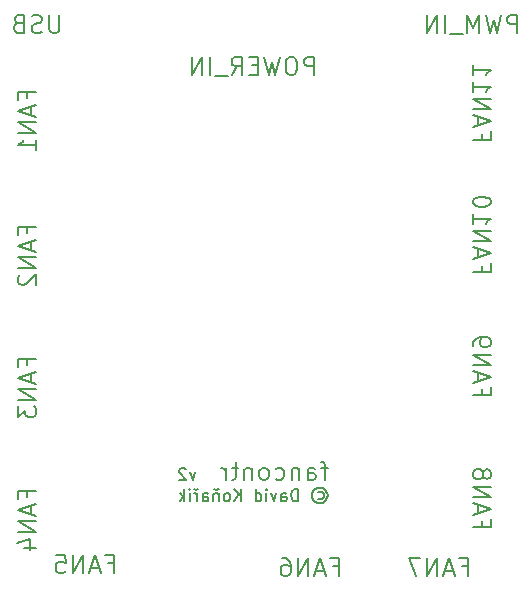
<source format=gbr>
G04 #@! TF.GenerationSoftware,KiCad,Pcbnew,5.1.5*
G04 #@! TF.CreationDate,2020-04-29T20:22:20+02:00*
G04 #@! TF.ProjectId,fancontr,66616e63-6f6e-4747-922e-6b696361645f,rev?*
G04 #@! TF.SameCoordinates,Original*
G04 #@! TF.FileFunction,Legend,Bot*
G04 #@! TF.FilePolarity,Positive*
%FSLAX46Y46*%
G04 Gerber Fmt 4.6, Leading zero omitted, Abs format (unit mm)*
G04 Created by KiCad (PCBNEW 5.1.5) date 2020-04-29 20:22:20*
%MOMM*%
%LPD*%
G04 APERTURE LIST*
%ADD10C,0.200000*%
%ADD11C,0.150000*%
G04 APERTURE END LIST*
D10*
X82442857Y-98909428D02*
X82442857Y-98409428D01*
X83228571Y-98409428D02*
X81728571Y-98409428D01*
X81728571Y-99123714D01*
X82800000Y-99623714D02*
X82800000Y-100338000D01*
X83228571Y-99480857D02*
X81728571Y-99980857D01*
X83228571Y-100480857D01*
X83228571Y-100980857D02*
X81728571Y-100980857D01*
X83228571Y-101838000D01*
X81728571Y-101838000D01*
X81871428Y-102480857D02*
X81800000Y-102552285D01*
X81728571Y-102695142D01*
X81728571Y-103052285D01*
X81800000Y-103195142D01*
X81871428Y-103266571D01*
X82014285Y-103338000D01*
X82157142Y-103338000D01*
X82371428Y-103266571D01*
X83228571Y-102409428D01*
X83228571Y-103338000D01*
X107931142Y-118804571D02*
X107359714Y-118804571D01*
X107716857Y-119804571D02*
X107716857Y-118518857D01*
X107645428Y-118376000D01*
X107502571Y-118304571D01*
X107359714Y-118304571D01*
X106216857Y-119804571D02*
X106216857Y-119018857D01*
X106288285Y-118876000D01*
X106431142Y-118804571D01*
X106716857Y-118804571D01*
X106859714Y-118876000D01*
X106216857Y-119733142D02*
X106359714Y-119804571D01*
X106716857Y-119804571D01*
X106859714Y-119733142D01*
X106931142Y-119590285D01*
X106931142Y-119447428D01*
X106859714Y-119304571D01*
X106716857Y-119233142D01*
X106359714Y-119233142D01*
X106216857Y-119161714D01*
X105502571Y-118804571D02*
X105502571Y-119804571D01*
X105502571Y-118947428D02*
X105431142Y-118876000D01*
X105288285Y-118804571D01*
X105074000Y-118804571D01*
X104931142Y-118876000D01*
X104859714Y-119018857D01*
X104859714Y-119804571D01*
X103502571Y-119733142D02*
X103645428Y-119804571D01*
X103931142Y-119804571D01*
X104074000Y-119733142D01*
X104145428Y-119661714D01*
X104216857Y-119518857D01*
X104216857Y-119090285D01*
X104145428Y-118947428D01*
X104074000Y-118876000D01*
X103931142Y-118804571D01*
X103645428Y-118804571D01*
X103502571Y-118876000D01*
X102645428Y-119804571D02*
X102788285Y-119733142D01*
X102859714Y-119661714D01*
X102931142Y-119518857D01*
X102931142Y-119090285D01*
X102859714Y-118947428D01*
X102788285Y-118876000D01*
X102645428Y-118804571D01*
X102431142Y-118804571D01*
X102288285Y-118876000D01*
X102216857Y-118947428D01*
X102145428Y-119090285D01*
X102145428Y-119518857D01*
X102216857Y-119661714D01*
X102288285Y-119733142D01*
X102431142Y-119804571D01*
X102645428Y-119804571D01*
X101502571Y-118804571D02*
X101502571Y-119804571D01*
X101502571Y-118947428D02*
X101431142Y-118876000D01*
X101288285Y-118804571D01*
X101074000Y-118804571D01*
X100931142Y-118876000D01*
X100859714Y-119018857D01*
X100859714Y-119804571D01*
X100359714Y-118804571D02*
X99788285Y-118804571D01*
X100145428Y-118304571D02*
X100145428Y-119590285D01*
X100074000Y-119733142D01*
X99931142Y-119804571D01*
X99788285Y-119804571D01*
X99288285Y-119804571D02*
X99288285Y-118804571D01*
X99288285Y-119090285D02*
X99216857Y-118947428D01*
X99145428Y-118876000D01*
X99002571Y-118804571D01*
X98859714Y-118804571D01*
X121011142Y-90526857D02*
X121011142Y-91026857D01*
X120225428Y-91026857D02*
X121725428Y-91026857D01*
X121725428Y-90312571D01*
X120654000Y-89812571D02*
X120654000Y-89098285D01*
X120225428Y-89955428D02*
X121725428Y-89455428D01*
X120225428Y-88955428D01*
X120225428Y-88455428D02*
X121725428Y-88455428D01*
X120225428Y-87598285D01*
X121725428Y-87598285D01*
X120225428Y-86098285D02*
X120225428Y-86955428D01*
X120225428Y-86526857D02*
X121725428Y-86526857D01*
X121511142Y-86669714D01*
X121368285Y-86812571D01*
X121296857Y-86955428D01*
X120225428Y-84669714D02*
X120225428Y-85526857D01*
X120225428Y-85098285D02*
X121725428Y-85098285D01*
X121511142Y-85241142D01*
X121368285Y-85384000D01*
X121296857Y-85526857D01*
D11*
X96726285Y-119165714D02*
X96488190Y-119832380D01*
X96250095Y-119165714D01*
X95916761Y-118927619D02*
X95869142Y-118880000D01*
X95773904Y-118832380D01*
X95535809Y-118832380D01*
X95440571Y-118880000D01*
X95392952Y-118927619D01*
X95345333Y-119022857D01*
X95345333Y-119118095D01*
X95392952Y-119260952D01*
X95964380Y-119832380D01*
X95345333Y-119832380D01*
X107058880Y-120848476D02*
X107154119Y-120800857D01*
X107344595Y-120800857D01*
X107439833Y-120848476D01*
X107535071Y-120943714D01*
X107582690Y-121038952D01*
X107582690Y-121229428D01*
X107535071Y-121324666D01*
X107439833Y-121419904D01*
X107344595Y-121467523D01*
X107154119Y-121467523D01*
X107058880Y-121419904D01*
X107249357Y-120467523D02*
X107487452Y-120515142D01*
X107725547Y-120658000D01*
X107868404Y-120896095D01*
X107916023Y-121134190D01*
X107868404Y-121372285D01*
X107725547Y-121610380D01*
X107487452Y-121753238D01*
X107249357Y-121800857D01*
X107011261Y-121753238D01*
X106773166Y-121610380D01*
X106630309Y-121372285D01*
X106582690Y-121134190D01*
X106630309Y-120896095D01*
X106773166Y-120658000D01*
X107011261Y-120515142D01*
X107249357Y-120467523D01*
X105392214Y-121610380D02*
X105392214Y-120610380D01*
X105154119Y-120610380D01*
X105011261Y-120658000D01*
X104916023Y-120753238D01*
X104868404Y-120848476D01*
X104820785Y-121038952D01*
X104820785Y-121181809D01*
X104868404Y-121372285D01*
X104916023Y-121467523D01*
X105011261Y-121562761D01*
X105154119Y-121610380D01*
X105392214Y-121610380D01*
X103963642Y-121610380D02*
X103963642Y-121086571D01*
X104011261Y-120991333D01*
X104106500Y-120943714D01*
X104296976Y-120943714D01*
X104392214Y-120991333D01*
X103963642Y-121562761D02*
X104058880Y-121610380D01*
X104296976Y-121610380D01*
X104392214Y-121562761D01*
X104439833Y-121467523D01*
X104439833Y-121372285D01*
X104392214Y-121277047D01*
X104296976Y-121229428D01*
X104058880Y-121229428D01*
X103963642Y-121181809D01*
X103582690Y-120943714D02*
X103344595Y-121610380D01*
X103106500Y-120943714D01*
X102725547Y-121610380D02*
X102725547Y-120943714D01*
X102725547Y-120610380D02*
X102773166Y-120658000D01*
X102725547Y-120705619D01*
X102677928Y-120658000D01*
X102725547Y-120610380D01*
X102725547Y-120705619D01*
X101820785Y-121610380D02*
X101820785Y-120610380D01*
X101820785Y-121562761D02*
X101916023Y-121610380D01*
X102106500Y-121610380D01*
X102201738Y-121562761D01*
X102249357Y-121515142D01*
X102296976Y-121419904D01*
X102296976Y-121134190D01*
X102249357Y-121038952D01*
X102201738Y-120991333D01*
X102106500Y-120943714D01*
X101916023Y-120943714D01*
X101820785Y-120991333D01*
X100582690Y-121610380D02*
X100582690Y-120610380D01*
X100011261Y-121610380D02*
X100439833Y-121038952D01*
X100011261Y-120610380D02*
X100582690Y-121181809D01*
X99439833Y-121610380D02*
X99535071Y-121562761D01*
X99582690Y-121515142D01*
X99630309Y-121419904D01*
X99630309Y-121134190D01*
X99582690Y-121038952D01*
X99535071Y-120991333D01*
X99439833Y-120943714D01*
X99296976Y-120943714D01*
X99201738Y-120991333D01*
X99154119Y-121038952D01*
X99106500Y-121134190D01*
X99106500Y-121419904D01*
X99154119Y-121515142D01*
X99201738Y-121562761D01*
X99296976Y-121610380D01*
X99439833Y-121610380D01*
X98677928Y-120943714D02*
X98677928Y-121610380D01*
X98677928Y-121038952D02*
X98630309Y-120991333D01*
X98535071Y-120943714D01*
X98392214Y-120943714D01*
X98296976Y-120991333D01*
X98249357Y-121086571D01*
X98249357Y-121610380D01*
X98677928Y-120562761D02*
X98487452Y-120705619D01*
X98296976Y-120562761D01*
X97344595Y-121610380D02*
X97344595Y-121086571D01*
X97392214Y-120991333D01*
X97487452Y-120943714D01*
X97677928Y-120943714D01*
X97773166Y-120991333D01*
X97344595Y-121562761D02*
X97439833Y-121610380D01*
X97677928Y-121610380D01*
X97773166Y-121562761D01*
X97820785Y-121467523D01*
X97820785Y-121372285D01*
X97773166Y-121277047D01*
X97677928Y-121229428D01*
X97439833Y-121229428D01*
X97344595Y-121181809D01*
X96868404Y-121610380D02*
X96868404Y-120943714D01*
X96868404Y-121134190D02*
X96820785Y-121038952D01*
X96773166Y-120991333D01*
X96677928Y-120943714D01*
X96582690Y-120943714D01*
X96963642Y-120562761D02*
X96773166Y-120705619D01*
X96582690Y-120562761D01*
X96249357Y-121610380D02*
X96249357Y-120943714D01*
X96154119Y-120562761D02*
X96296976Y-120705619D01*
X95773166Y-121610380D02*
X95773166Y-120610380D01*
X95677928Y-121229428D02*
X95392214Y-121610380D01*
X95392214Y-120943714D02*
X95773166Y-121324666D01*
D10*
X121011142Y-101702857D02*
X121011142Y-102202857D01*
X120225428Y-102202857D02*
X121725428Y-102202857D01*
X121725428Y-101488571D01*
X120654000Y-100988571D02*
X120654000Y-100274285D01*
X120225428Y-101131428D02*
X121725428Y-100631428D01*
X120225428Y-100131428D01*
X120225428Y-99631428D02*
X121725428Y-99631428D01*
X120225428Y-98774285D01*
X121725428Y-98774285D01*
X120225428Y-97274285D02*
X120225428Y-98131428D01*
X120225428Y-97702857D02*
X121725428Y-97702857D01*
X121511142Y-97845714D01*
X121368285Y-97988571D01*
X121296857Y-98131428D01*
X121725428Y-96345714D02*
X121725428Y-96202857D01*
X121654000Y-96060000D01*
X121582571Y-95988571D01*
X121439714Y-95917142D01*
X121154000Y-95845714D01*
X120796857Y-95845714D01*
X120511142Y-95917142D01*
X120368285Y-95988571D01*
X120296857Y-96060000D01*
X120225428Y-96202857D01*
X120225428Y-96345714D01*
X120296857Y-96488571D01*
X120368285Y-96560000D01*
X120511142Y-96631428D01*
X120796857Y-96702857D01*
X121154000Y-96702857D01*
X121439714Y-96631428D01*
X121582571Y-96560000D01*
X121654000Y-96488571D01*
X121725428Y-96345714D01*
X121011142Y-112164571D02*
X121011142Y-112664571D01*
X120225428Y-112664571D02*
X121725428Y-112664571D01*
X121725428Y-111950285D01*
X120654000Y-111450285D02*
X120654000Y-110736000D01*
X120225428Y-111593142D02*
X121725428Y-111093142D01*
X120225428Y-110593142D01*
X120225428Y-110093142D02*
X121725428Y-110093142D01*
X120225428Y-109236000D01*
X121725428Y-109236000D01*
X120225428Y-108450285D02*
X120225428Y-108164571D01*
X120296857Y-108021714D01*
X120368285Y-107950285D01*
X120582571Y-107807428D01*
X120868285Y-107736000D01*
X121439714Y-107736000D01*
X121582571Y-107807428D01*
X121654000Y-107878857D01*
X121725428Y-108021714D01*
X121725428Y-108307428D01*
X121654000Y-108450285D01*
X121582571Y-108521714D01*
X121439714Y-108593142D01*
X121082571Y-108593142D01*
X120939714Y-108521714D01*
X120868285Y-108450285D01*
X120796857Y-108307428D01*
X120796857Y-108021714D01*
X120868285Y-107878857D01*
X120939714Y-107807428D01*
X121082571Y-107736000D01*
X121011142Y-123340571D02*
X121011142Y-123840571D01*
X120225428Y-123840571D02*
X121725428Y-123840571D01*
X121725428Y-123126285D01*
X120654000Y-122626285D02*
X120654000Y-121912000D01*
X120225428Y-122769142D02*
X121725428Y-122269142D01*
X120225428Y-121769142D01*
X120225428Y-121269142D02*
X121725428Y-121269142D01*
X120225428Y-120412000D01*
X121725428Y-120412000D01*
X121082571Y-119483428D02*
X121154000Y-119626285D01*
X121225428Y-119697714D01*
X121368285Y-119769142D01*
X121439714Y-119769142D01*
X121582571Y-119697714D01*
X121654000Y-119626285D01*
X121725428Y-119483428D01*
X121725428Y-119197714D01*
X121654000Y-119054857D01*
X121582571Y-118983428D01*
X121439714Y-118912000D01*
X121368285Y-118912000D01*
X121225428Y-118983428D01*
X121154000Y-119054857D01*
X121082571Y-119197714D01*
X121082571Y-119483428D01*
X121011142Y-119626285D01*
X120939714Y-119697714D01*
X120796857Y-119769142D01*
X120511142Y-119769142D01*
X120368285Y-119697714D01*
X120296857Y-119626285D01*
X120225428Y-119483428D01*
X120225428Y-119197714D01*
X120296857Y-119054857D01*
X120368285Y-118983428D01*
X120511142Y-118912000D01*
X120796857Y-118912000D01*
X120939714Y-118983428D01*
X121011142Y-119054857D01*
X121082571Y-119197714D01*
X119276571Y-127146857D02*
X119776571Y-127146857D01*
X119776571Y-127932571D02*
X119776571Y-126432571D01*
X119062285Y-126432571D01*
X118562285Y-127504000D02*
X117848000Y-127504000D01*
X118705142Y-127932571D02*
X118205142Y-126432571D01*
X117705142Y-127932571D01*
X117205142Y-127932571D02*
X117205142Y-126432571D01*
X116348000Y-127932571D01*
X116348000Y-126432571D01*
X115776571Y-126432571D02*
X114776571Y-126432571D01*
X115419428Y-127932571D01*
X108354571Y-127146857D02*
X108854571Y-127146857D01*
X108854571Y-127932571D02*
X108854571Y-126432571D01*
X108140285Y-126432571D01*
X107640285Y-127504000D02*
X106926000Y-127504000D01*
X107783142Y-127932571D02*
X107283142Y-126432571D01*
X106783142Y-127932571D01*
X106283142Y-127932571D02*
X106283142Y-126432571D01*
X105426000Y-127932571D01*
X105426000Y-126432571D01*
X104068857Y-126432571D02*
X104354571Y-126432571D01*
X104497428Y-126504000D01*
X104568857Y-126575428D01*
X104711714Y-126789714D01*
X104783142Y-127075428D01*
X104783142Y-127646857D01*
X104711714Y-127789714D01*
X104640285Y-127861142D01*
X104497428Y-127932571D01*
X104211714Y-127932571D01*
X104068857Y-127861142D01*
X103997428Y-127789714D01*
X103926000Y-127646857D01*
X103926000Y-127289714D01*
X103997428Y-127146857D01*
X104068857Y-127075428D01*
X104211714Y-127004000D01*
X104497428Y-127004000D01*
X104640285Y-127075428D01*
X104711714Y-127146857D01*
X104783142Y-127289714D01*
X89304571Y-126892857D02*
X89804571Y-126892857D01*
X89804571Y-127678571D02*
X89804571Y-126178571D01*
X89090285Y-126178571D01*
X88590285Y-127250000D02*
X87876000Y-127250000D01*
X88733142Y-127678571D02*
X88233142Y-126178571D01*
X87733142Y-127678571D01*
X87233142Y-127678571D02*
X87233142Y-126178571D01*
X86376000Y-127678571D01*
X86376000Y-126178571D01*
X84947428Y-126178571D02*
X85661714Y-126178571D01*
X85733142Y-126892857D01*
X85661714Y-126821428D01*
X85518857Y-126750000D01*
X85161714Y-126750000D01*
X85018857Y-126821428D01*
X84947428Y-126892857D01*
X84876000Y-127035714D01*
X84876000Y-127392857D01*
X84947428Y-127535714D01*
X85018857Y-127607142D01*
X85161714Y-127678571D01*
X85518857Y-127678571D01*
X85661714Y-127607142D01*
X85733142Y-127535714D01*
X82442857Y-121261428D02*
X82442857Y-120761428D01*
X83228571Y-120761428D02*
X81728571Y-120761428D01*
X81728571Y-121475714D01*
X82800000Y-121975714D02*
X82800000Y-122690000D01*
X83228571Y-121832857D02*
X81728571Y-122332857D01*
X83228571Y-122832857D01*
X83228571Y-123332857D02*
X81728571Y-123332857D01*
X83228571Y-124190000D01*
X81728571Y-124190000D01*
X82228571Y-125547142D02*
X83228571Y-125547142D01*
X81657142Y-125190000D02*
X82728571Y-124832857D01*
X82728571Y-125761428D01*
X82442857Y-110085428D02*
X82442857Y-109585428D01*
X83228571Y-109585428D02*
X81728571Y-109585428D01*
X81728571Y-110299714D01*
X82800000Y-110799714D02*
X82800000Y-111514000D01*
X83228571Y-110656857D02*
X81728571Y-111156857D01*
X83228571Y-111656857D01*
X83228571Y-112156857D02*
X81728571Y-112156857D01*
X83228571Y-113014000D01*
X81728571Y-113014000D01*
X81728571Y-113585428D02*
X81728571Y-114514000D01*
X82300000Y-114014000D01*
X82300000Y-114228285D01*
X82371428Y-114371142D01*
X82442857Y-114442571D01*
X82585714Y-114514000D01*
X82942857Y-114514000D01*
X83085714Y-114442571D01*
X83157142Y-114371142D01*
X83228571Y-114228285D01*
X83228571Y-113799714D01*
X83157142Y-113656857D01*
X83085714Y-113585428D01*
X82442857Y-87479428D02*
X82442857Y-86979428D01*
X83228571Y-86979428D02*
X81728571Y-86979428D01*
X81728571Y-87693714D01*
X82800000Y-88193714D02*
X82800000Y-88908000D01*
X83228571Y-88050857D02*
X81728571Y-88550857D01*
X83228571Y-89050857D01*
X83228571Y-89550857D02*
X81728571Y-89550857D01*
X83228571Y-90408000D01*
X81728571Y-90408000D01*
X83228571Y-91908000D02*
X83228571Y-91050857D01*
X83228571Y-91479428D02*
X81728571Y-91479428D01*
X81942857Y-91336571D01*
X82085714Y-91193714D01*
X82157142Y-91050857D01*
X106778571Y-85514571D02*
X106778571Y-84014571D01*
X106207142Y-84014571D01*
X106064285Y-84086000D01*
X105992857Y-84157428D01*
X105921428Y-84300285D01*
X105921428Y-84514571D01*
X105992857Y-84657428D01*
X106064285Y-84728857D01*
X106207142Y-84800285D01*
X106778571Y-84800285D01*
X104992857Y-84014571D02*
X104707142Y-84014571D01*
X104564285Y-84086000D01*
X104421428Y-84228857D01*
X104350000Y-84514571D01*
X104350000Y-85014571D01*
X104421428Y-85300285D01*
X104564285Y-85443142D01*
X104707142Y-85514571D01*
X104992857Y-85514571D01*
X105135714Y-85443142D01*
X105278571Y-85300285D01*
X105350000Y-85014571D01*
X105350000Y-84514571D01*
X105278571Y-84228857D01*
X105135714Y-84086000D01*
X104992857Y-84014571D01*
X103850000Y-84014571D02*
X103492857Y-85514571D01*
X103207142Y-84443142D01*
X102921428Y-85514571D01*
X102564285Y-84014571D01*
X101992857Y-84728857D02*
X101492857Y-84728857D01*
X101278571Y-85514571D02*
X101992857Y-85514571D01*
X101992857Y-84014571D01*
X101278571Y-84014571D01*
X99778571Y-85514571D02*
X100278571Y-84800285D01*
X100635714Y-85514571D02*
X100635714Y-84014571D01*
X100064285Y-84014571D01*
X99921428Y-84086000D01*
X99850000Y-84157428D01*
X99778571Y-84300285D01*
X99778571Y-84514571D01*
X99850000Y-84657428D01*
X99921428Y-84728857D01*
X100064285Y-84800285D01*
X100635714Y-84800285D01*
X99492857Y-85657428D02*
X98350000Y-85657428D01*
X97992857Y-85514571D02*
X97992857Y-84014571D01*
X97278571Y-85514571D02*
X97278571Y-84014571D01*
X96421428Y-85514571D01*
X96421428Y-84014571D01*
X85204857Y-80458571D02*
X85204857Y-81672857D01*
X85133428Y-81815714D01*
X85062000Y-81887142D01*
X84919142Y-81958571D01*
X84633428Y-81958571D01*
X84490571Y-81887142D01*
X84419142Y-81815714D01*
X84347714Y-81672857D01*
X84347714Y-80458571D01*
X83704857Y-81887142D02*
X83490571Y-81958571D01*
X83133428Y-81958571D01*
X82990571Y-81887142D01*
X82919142Y-81815714D01*
X82847714Y-81672857D01*
X82847714Y-81530000D01*
X82919142Y-81387142D01*
X82990571Y-81315714D01*
X83133428Y-81244285D01*
X83419142Y-81172857D01*
X83562000Y-81101428D01*
X83633428Y-81030000D01*
X83704857Y-80887142D01*
X83704857Y-80744285D01*
X83633428Y-80601428D01*
X83562000Y-80530000D01*
X83419142Y-80458571D01*
X83062000Y-80458571D01*
X82847714Y-80530000D01*
X81704857Y-81172857D02*
X81490571Y-81244285D01*
X81419142Y-81315714D01*
X81347714Y-81458571D01*
X81347714Y-81672857D01*
X81419142Y-81815714D01*
X81490571Y-81887142D01*
X81633428Y-81958571D01*
X82204857Y-81958571D01*
X82204857Y-80458571D01*
X81704857Y-80458571D01*
X81562000Y-80530000D01*
X81490571Y-80601428D01*
X81419142Y-80744285D01*
X81419142Y-80887142D01*
X81490571Y-81030000D01*
X81562000Y-81101428D01*
X81704857Y-81172857D01*
X82204857Y-81172857D01*
X123963428Y-81958571D02*
X123963428Y-80458571D01*
X123392000Y-80458571D01*
X123249142Y-80530000D01*
X123177714Y-80601428D01*
X123106285Y-80744285D01*
X123106285Y-80958571D01*
X123177714Y-81101428D01*
X123249142Y-81172857D01*
X123392000Y-81244285D01*
X123963428Y-81244285D01*
X122606285Y-80458571D02*
X122249142Y-81958571D01*
X121963428Y-80887142D01*
X121677714Y-81958571D01*
X121320571Y-80458571D01*
X120749142Y-81958571D02*
X120749142Y-80458571D01*
X120249142Y-81530000D01*
X119749142Y-80458571D01*
X119749142Y-81958571D01*
X119392000Y-82101428D02*
X118249142Y-82101428D01*
X117892000Y-81958571D02*
X117892000Y-80458571D01*
X117177714Y-81958571D02*
X117177714Y-80458571D01*
X116320571Y-81958571D01*
X116320571Y-80458571D01*
M02*

</source>
